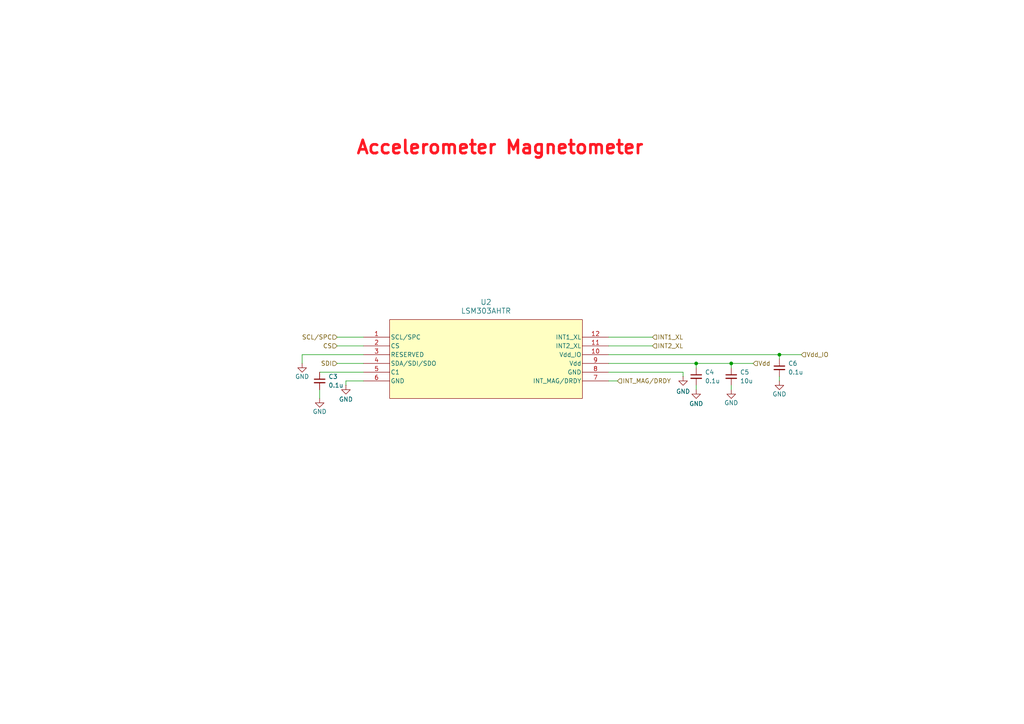
<source format=kicad_sch>
(kicad_sch (version 20250114) (generator "eeschema") (generator_version "9.0")
  (paper "A4")
  (lib_symbols
    (symbol "Device:C_Small" (pin_numbers (hide yes)) (pin_names (offset 0.254) (hide yes))
      (property "Reference" "C" (at 0.254 1.778 0))
      (property "Value" "C_Small" (at 0.254 -2.032 0))
      (symbol "C_Small_0_1"
        (polyline (pts (xy -1.524 0.508) (xy 1.524 0.508)) (stroke (width 0.3048)))
        (polyline (pts (xy -1.524 -0.508) (xy 1.524 -0.508)) (stroke (width 0.3302)))
      )
      (symbol "C_Small_1_1"
        (pin passive line (at 0 2.54 270) (length 2.032) (name "~") (number "1"))
        (pin passive line (at 0 -2.54 90) (length 2.032) (name "~") (number "2"))
      )
    )
    (symbol "My_Libraries:LSM303AHTR" (pin_names (offset 0.254))
      (property "Reference" "U2" (at 35.56 10.16 0))
      (property "Value" "LSM303AHTR" (at 35.56 7.62 0))
      (symbol "LSM303AHTR_0_1"
        (pin unspecified line (at 0 0 0) (length 7.62) (name "SCL/SPC") (number "1"))
        (pin unspecified line (at 0 -2.54 0) (length 7.62) (name "CS") (number "2"))
        (pin unspecified line (at 0 -5.08 0) (length 7.62) (name "RESERVED") (number "3"))
        (pin unspecified line (at 0 -7.62 0) (length 7.62) (name "SDA/SDI/SDO") (number "4"))
        (pin unspecified line (at 0 -10.16 0) (length 7.62) (name "C1") (number "5"))
        (pin input line (at 71.12 0 180) (length 7.62) (name "INT1_XL") (number "12"))
        (pin input line (at 71.12 -2.54 180) (length 7.62) (name "INT2_XL") (number "11"))
        (pin power_in line (at 71.12 -5.08 180) (length 7.62) (name "Vdd_IO") (number "10"))
        (pin power_in line (at 71.12 -7.62 180) (length 7.62) (name "Vdd") (number "9"))
        (pin power_out line (at 71.12 -10.16 180) (length 7.62) (name "GND") (number "8"))
        (pin input line (at 71.12 -12.7 180) (length 7.62) (name "INT_MAG/DRDY") (number "7"))
      )
      (symbol "LSM303AHTR_1_1"
        (rectangle (start 7.62 5.08) (end 63.5 -17.78) (fill (type background)))
        (pin passive line (at 0 -12.7 0) (length 7.62) (name "GND") (number "6"))
      )
    )
    (symbol "power:GND" (power) (pin_numbers (hide yes)) (pin_names (offset 0) (hide yes))
      (property "Value" "GND" (at 0 -3.81 0))
      (symbol "GND_0_1"
        (polyline (pts (xy 0 0) (xy 0 -1.27) (xy 1.27 -1.27) (xy 0 -2.54) (xy -1.27 -1.27) (xy 0 -1.27)))
      )
      (symbol "GND_1_1"
        (pin power_in line (at 0 0 270) (length 0) (name "~") (number "1"))
      )
    )
  )
  (text "Accelerometer Magnetometer\n" (at 145.034 42.926 0) (effects (font (size 3.81 3.81) (thickness 0.762) (bold yes))))
  (junction (at 226.06 102.87))
  (junction (at 212.09 105.41))
  (junction (at 201.93 105.41))
  (wire (pts (xy 198.12 107.95) (xy 198.12 109.22)))
  (wire (pts (xy 226.06 110.49) (xy 226.06 109.22)))
  (wire (pts (xy 176.53 105.41) (xy 201.93 105.41)))
  (wire (pts (xy 212.09 106.68) (xy 212.09 105.41)))
  (wire (pts (xy 176.53 102.87) (xy 226.06 102.87)))
  (wire (pts (xy 87.63 105.41) (xy 87.63 102.87)))
  (wire (pts (xy 87.63 102.87) (xy 105.41 102.87)))
  (wire (pts (xy 97.79 100.33) (xy 105.41 100.33)))
  (wire (pts (xy 212.09 105.41) (xy 218.44 105.41)))
  (wire (pts (xy 226.06 104.14) (xy 226.06 102.87)))
  (wire (pts (xy 201.93 106.68) (xy 201.93 105.41)))
  (wire (pts (xy 201.93 111.76) (xy 201.93 113.03)))
  (wire (pts (xy 176.53 107.95) (xy 198.12 107.95)))
  (wire (pts (xy 201.93 105.41) (xy 212.09 105.41)))
  (wire (pts (xy 92.71 113.03) (xy 92.71 115.57)))
  (wire (pts (xy 226.06 102.87) (xy 232.41 102.87)))
  (wire (pts (xy 212.09 111.76) (xy 212.09 113.03)))
  (wire (pts (xy 97.79 97.79) (xy 105.41 97.79)))
  (wire (pts (xy 176.53 100.33) (xy 189.23 100.33)))
  (wire (pts (xy 105.41 110.49) (xy 100.33 110.49)))
  (wire (pts (xy 176.53 97.79) (xy 189.23 97.79)))
  (wire (pts (xy 100.33 110.49) (xy 100.33 111.76)))
  (wire (pts (xy 92.71 107.95) (xy 105.41 107.95)))
  (wire (pts (xy 176.53 110.49) (xy 179.07 110.49)))
  (wire (pts (xy 97.79 105.41) (xy 105.41 105.41)))
  (hierarchical_label "Vdd" (shape input) (at 218.44 105.41 0))
  (hierarchical_label "CS" (shape input) (at 97.79 100.33 180))
  (hierarchical_label "INT1_XL" (shape input) (at 189.23 97.79 0))
  (hierarchical_label "INT_MAG{slash}DRDY" (shape input) (at 179.07 110.49 0))
  (hierarchical_label "SCL{slash}SPC" (shape input) (at 97.79 97.79 180))
  (hierarchical_label "INT2_XL" (shape input) (at 189.23 100.33 0))
  (hierarchical_label "Vdd_IO" (shape input) (at 232.41 102.87 0))
  (hierarchical_label "SDI" (shape input) (at 97.79 105.41 180))
  (symbol (lib_id "power:GND") (at 100.33 111.76 0) (unit 1)
    (property "Reference" "#PWR03" (effects (hide yes)))
    (property "Value" "GND" (at 100.33 115.824 0))
    (property "Description" "Power symbol creates a global label with name \"GND\" , ground" (effects (hide yes)))
  )
  (symbol (lib_id "power:GND") (at 198.12 109.22 0) (unit 1)
    (property "Reference" "#PWR04" (effects (hide yes)))
    (property "Value" "GND" (at 198.12 113.538 0))
    (property "Description" "Power symbol creates a global label with name \"GND\" , ground" (effects (hide yes)))
  )
  (symbol (lib_id "power:GND") (at 226.06 110.49 0) (unit 1)
    (property "Reference" "#PWR012" (effects (hide yes)))
    (property "Value" "GND" (at 226.06 114.3 0))
    (property "Description" "Power symbol creates a global label with name \"GND\" , ground" (effects (hide yes)))
  )
  (symbol (lib_id "power:GND") (at 201.93 113.03 0) (unit 1)
    (property "Reference" "#PWR010" (effects (hide yes)))
    (property "Value" "GND" (at 201.93 117.094 0))
    (property "Description" "Power symbol creates a global label with name \"GND\" , ground" (effects (hide yes)))
  )
  (symbol (lib_id "power:GND") (at 212.09 113.03 0) (unit 1)
    (property "Reference" "#PWR011" (effects (hide yes)))
    (property "Value" "GND" (at 212.09 116.84 0))
    (property "Description" "Power symbol creates a global label with name \"GND\" , ground" (effects (hide yes)))
  )
  (symbol (lib_id "My_Libraries:LSM303AHTR") (at 105.41 97.79 0) (unit 1)
    (property "Reference" "U2" (at 140.97 87.63 0) (effects (font (size 1.524 1.524))))
    (property "Value" "LSM303AHTR" (at 140.97 90.17 0) (effects (font (size 1.524 1.524))))
    (property "Footprint" "My_Libraries:LSM303AHTR" (effects (hide yes)))
    (property "Datasheet" "LSM303AHTR" (effects (hide yes)))
  )
  (symbol (lib_id "power:GND") (at 87.63 105.41 0) (unit 1)
    (property "Reference" "#PWR08" (effects (hide yes)))
    (property "Value" "GND" (at 87.63 109.22 0))
    (property "Description" "Power symbol creates a global label with name \"GND\" , ground" (effects (hide yes)))
  )
  (symbol (lib_id "Device:C_Small") (at 212.09 109.22 0) (unit 1)
    (property "Reference" "C5" (at 214.63 107.9562 0) (effects (justify left)))
    (property "Value" "10u" (at 214.63 110.4962 0) (effects (justify left)))
    (property "Footprint" "Capacitor_SMD:C_0805_2012Metric" (effects (hide yes)))
    (property "Description" "Unpolarized capacitor, small symbol" (effects (hide yes)))
  )
  (symbol (lib_id "Device:C_Small") (at 92.71 110.49 0) (unit 1)
    (property "Reference" "C3" (at 95.25 109.2262 0) (effects (justify left)))
    (property "Value" "0.1u" (at 95.25 111.7662 0) (effects (justify left)))
    (property "Footprint" "Capacitor_SMD:C_0603_1608Metric" (effects (hide yes)))
    (property "Description" "Unpolarized capacitor, small symbol" (effects (hide yes)))
  )
  (symbol (lib_id "Device:C_Small") (at 226.06 106.68 0) (unit 1)
    (property "Reference" "C6" (at 228.6 105.4162 0) (effects (justify left)))
    (property "Value" "0.1u" (at 228.6 107.9562 0) (effects (justify left)))
    (property "Footprint" "Capacitor_SMD:C_0603_1608Metric" (effects (hide yes)))
    (property "Description" "Unpolarized capacitor, small symbol" (effects (hide yes)))
  )
  (symbol (lib_id "Device:C_Small") (at 201.93 109.22 0) (unit 1)
    (property "Reference" "C4" (at 204.47 107.9562 0) (effects (justify left)))
    (property "Value" "0.1u" (at 204.47 110.4962 0) (effects (justify left)))
    (property "Footprint" "Capacitor_SMD:C_0603_1608Metric" (effects (hide yes)))
    (property "Description" "Unpolarized capacitor, small symbol" (effects (hide yes)))
  )
  (symbol (lib_id "power:GND") (at 92.71 115.57 0) (unit 1)
    (property "Reference" "#PWR09" (effects (hide yes)))
    (property "Value" "GND" (at 92.71 119.38 0))
    (property "Description" "Power symbol creates a global label with name \"GND\" , ground" (effects (hide yes)))
  )
)
</source>
